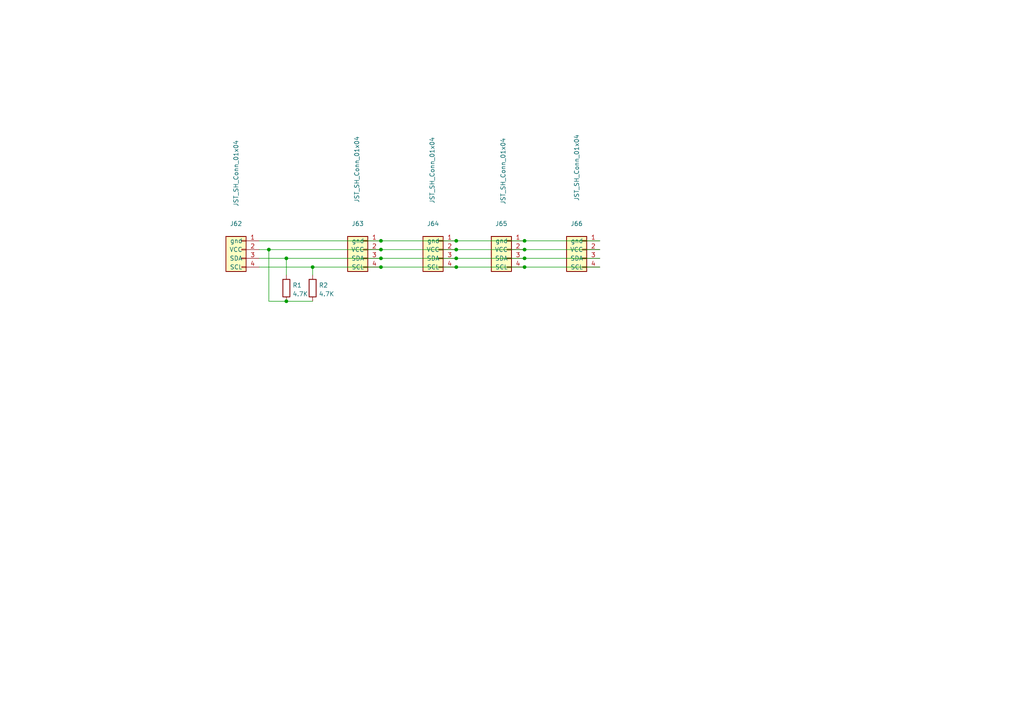
<source format=kicad_sch>
(kicad_sch (version 20211123) (generator eeschema)
  (paper "A4")
  (lib_symbols
    (symbol "0JLC:JST_SH_Conn_01x04_i2c_horizontal" (pin_names (offset 1.016))
      (property "Reference" "J" (at 0 5.08 0))
      (property "Value" "0JLC_JST_SH_Conn_01x04_i2c_horizontal" (at 0 -7.62 0))
      (symbol "JST_SH_Conn_01x04_i2c_horizontal_1_1"
        (rectangle (start -1.27 -4.953) (end 0 -5.207) (stroke (width 0.1524)))
        (rectangle (start -1.27 -2.413) (end 0 -2.667) (stroke (width 0.1524)))
        (rectangle (start -1.27 0.127) (end 0 -0.127) (stroke (width 0.1524)))
        (rectangle (start -1.27 2.667) (end 0 2.413) (stroke (width 0.1524)))
        (rectangle (start -1.27 3.81) (end 4.572 -6.35) (stroke (width 0.254)) (fill (type background)))
        (pin passive line (at -5.08 2.54 0) (length 3.81) (name "gnd") (number "1"))
        (pin passive line (at -5.08 0 0) (length 3.81) (name "VCC") (number "2"))
        (pin passive line (at -5.08 -2.54 0) (length 3.81) (name "SDA") (number "3"))
        (pin passive line (at -5.08 -5.08 0) (length 3.81) (name "SCL") (number "4"))
      )
    )
    (symbol "Device:R" (pin_numbers hide) (pin_names (offset 0))
      (property "Reference" "R" (at 2.032 0 90))
      (property "Value" "R" (at 0 0 90))
      (symbol "R_0_1"
        (rectangle (start -1.016 -2.54) (end 1.016 2.54) (stroke (width 0.254)))
      )
      (symbol "R_1_1"
        (pin passive line (at 0 3.81 270) (length 1.27) (name "~") (number "1"))
        (pin passive line (at 0 -3.81 90) (length 1.27) (name "~") (number "2"))
      )
    )
  )
  (junction (at 110.49 69.85))
  (junction (at 83.058 87.376))
  (junction (at 90.678 77.47))
  (junction (at 110.49 77.47))
  (junction (at 152.146 74.93))
  (junction (at 152.146 69.85))
  (junction (at 152.146 72.39))
  (junction (at 83.058 74.93))
  (junction (at 132.334 74.93))
  (junction (at 110.49 74.93))
  (junction (at 77.978 72.39))
  (junction (at 132.334 77.47))
  (junction (at 132.334 69.85))
  (junction (at 110.49 72.39))
  (junction (at 132.334 72.39))
  (junction (at 152.146 77.47))
  (wire (pts (xy 75.184 72.39) (xy 77.978 72.39)))
  (wire (pts (xy 152.146 77.47) (xy 173.99 77.47)))
  (wire (pts (xy 132.334 72.39) (xy 152.146 72.39)))
  (wire (pts (xy 83.058 87.376) (xy 90.678 87.376)))
  (wire (pts (xy 110.49 69.85) (xy 132.334 69.85)))
  (wire (pts (xy 75.184 74.93) (xy 83.058 74.93)))
  (wire (pts (xy 152.146 69.85) (xy 173.99 69.85)))
  (wire (pts (xy 110.49 72.39) (xy 132.334 72.39)))
  (wire (pts (xy 110.49 74.93) (xy 132.334 74.93)))
  (wire (pts (xy 75.184 69.85) (xy 110.49 69.85)))
  (wire (pts (xy 77.978 87.376) (xy 77.978 72.39)))
  (wire (pts (xy 83.058 74.93) (xy 83.058 79.756)))
  (wire (pts (xy 152.146 72.39) (xy 173.99 72.39)))
  (wire (pts (xy 90.678 77.47) (xy 110.49 77.47)))
  (wire (pts (xy 83.058 74.93) (xy 110.49 74.93)))
  (wire (pts (xy 83.058 87.376) (xy 77.978 87.376)))
  (wire (pts (xy 152.146 74.93) (xy 173.99 74.93)))
  (wire (pts (xy 90.678 77.47) (xy 90.678 79.756)))
  (wire (pts (xy 132.334 69.85) (xy 152.146 69.85)))
  (wire (pts (xy 77.978 72.39) (xy 110.49 72.39)))
  (wire (pts (xy 110.49 77.47) (xy 132.334 77.47)))
  (wire (pts (xy 132.334 77.47) (xy 152.146 77.47)))
  (wire (pts (xy 132.334 74.93) (xy 152.146 74.93)))
  (wire (pts (xy 75.184 77.47) (xy 90.678 77.47)))
  (symbol (lib_id "0JLC:JST_SH_Conn_01x04_i2c_horizontal") (at 147.066 72.39 0) (mirror y) (unit 1)
    (property "Reference" "J65" (at 145.415 64.8802 0))
    (property "Value" "JST_SH_Conn_01x04" (at 145.923 49.6371 90))
    (property "Footprint" "Connector_JST:JST_SH_BM04B-SRSS-TB_1x04-1MP_P1.00mm_Vertical" (effects hide))
    (property "LCSC" "C160390" (effects hide))
  )
  (symbol (lib_id "0JLC:JST_SH_Conn_01x04_i2c_horizontal") (at 168.91 72.39 0) (mirror y) (unit 1)
    (property "Reference" "J66" (at 167.259 64.8802 0))
    (property "Value" "JST_SH_Conn_01x04" (at 167.259 48.6211 90))
    (property "Footprint" "Connector_JST:JST_SH_BM04B-SRSS-TB_1x04-1MP_P1.00mm_Vertical" (effects hide))
    (property "LCSC" "C160390" (effects hide))
  )
  (symbol (lib_id "0JLC:JST_SH_Conn_01x04_i2c_horizontal") (at 127.254 72.39 0) (mirror y) (unit 1)
    (property "Reference" "J64" (at 125.603 64.8802 0))
    (property "Value" "JST_SH_Conn_01x04" (at 125.349 49.3831 90))
    (property "Footprint" "Connector_JST:JST_SH_BM04B-SRSS-TB_1x04-1MP_P1.00mm_Vertical" (effects hide))
    (property "LCSC" "C160390" (effects hide))
  )
  (symbol (lib_id "Device:R") (at 90.678 83.566 0) (unit 1)
    (property "Reference" "R2" (at 92.456 82.7313 0) (effects (justify left)))
    (property "Value" "4.7K" (at 92.456 85.2682 0) (effects (justify left)))
    (property "Footprint" "Resistor_SMD:R_0603_1608Metric_Pad0.98x0.95mm_HandSolder" (effects hide))
    (property "LCSC" "C99782" (effects hide))
  )
  (symbol (lib_id "0JLC:JST_SH_Conn_01x04_i2c_horizontal") (at 70.104 72.39 0) (mirror y) (unit 1)
    (property "Reference" "J62" (at 68.453 64.8802 0))
    (property "Value" "JST_SH_Conn_01x04" (at 68.453 50.2721 90))
    (property "Footprint" "Connector_JST:JST_SH_BM04B-SRSS-TB_1x04-1MP_P1.00mm_Vertical" (effects hide))
    (property "LCSC" "C160390" (effects hide))
  )
  (symbol (lib_id "Device:R") (at 83.058 83.566 0) (unit 1)
    (property "Reference" "R1" (at 84.836 82.7313 0) (effects (justify left)))
    (property "Value" "4.7K" (at 84.836 85.2682 0) (effects (justify left)))
    (property "Footprint" "Resistor_SMD:R_0603_1608Metric_Pad0.98x0.95mm_HandSolder" (effects hide))
    (property "LCSC" "C99782" (effects hide))
  )
  (symbol (lib_id "0JLC:JST_SH_Conn_01x04_i2c_horizontal") (at 105.41 72.39 0) (mirror y) (unit 1)
    (property "Reference" "J63" (at 103.759 64.8802 0))
    (property "Value" "JST_SH_Conn_01x04" (at 103.505 49.1291 90))
    (property "Footprint" "Connector_JST:JST_SH_BM04B-SRSS-TB_1x04-1MP_P1.00mm_Vertical" (effects hide))
    (property "LCSC" "C160390" (effects hide))
  )
)
</source>
